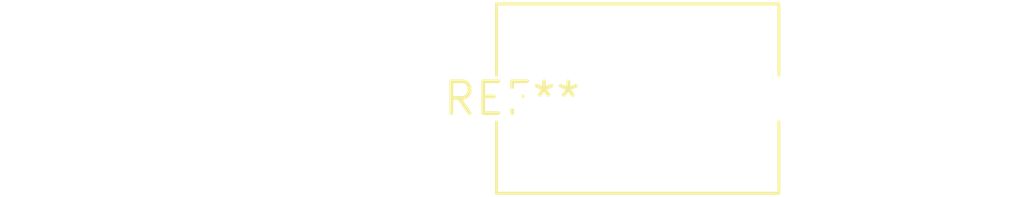
<source format=kicad_pcb>
(kicad_pcb (version 20240108) (generator pcbnew)
  (layers (0 "F.Cu" signal) (31 "B.Cu" signal) (34 "B.Paste" user) (35 "F.Paste" user) (36 "B.SilkS" user "B.Silkscreen") (37 "F.SilkS" user "F.Silkscreen") (38 "B.Mask" user) (39 "F.Mask" user) (44 "Edge.Cuts" user))
  (net 0 "")
  (footprint "C_Rect_L11.0mm_W7.3mm_P10.00mm_MKT" (layer "F.Cu") (at 0 0)
    (property "Reference" "REF**")
    (property "Value" "C_Rect_L11.0mm_W7.3mm_P10.00mm_MKT")
    (fp_line (start -0.62 -3.77) (end -0.62 -0.925) (layer "F.SilkS") (stroke (width 0.12)))
    (fp_line (start -0.62 -3.77) (end 10.62 -3.77) (layer "F.SilkS") (stroke (width 0.12)))
    (fp_line (start -0.62 0.925) (end -0.62 3.77) (layer "F.SilkS") (stroke (width 0.12)))
    (fp_line (start -0.62 3.77) (end 10.62 3.77) (layer "F.SilkS") (stroke (width 0.12)))
    (fp_line (start 10.62 -3.77) (end 10.62 -0.925) (layer "F.SilkS") (stroke (width 0.12)))
    (fp_line (start 10.62 0.925) (end 10.62 3.77) (layer "F.SilkS") (stroke (width 0.12)))
    (pad "1" thru_hole circle (at 0 0) (size 1.6 1.6) (drill 0.8) (layers *.Cu *.Mask) (remove_unused_layers))
    (pad "2" thru_hole circle (at 10 0) (size 1.6 1.6) (drill 0.8) (layers *.Cu *.Mask) (remove_unused_layers))
  )
)
</source>
